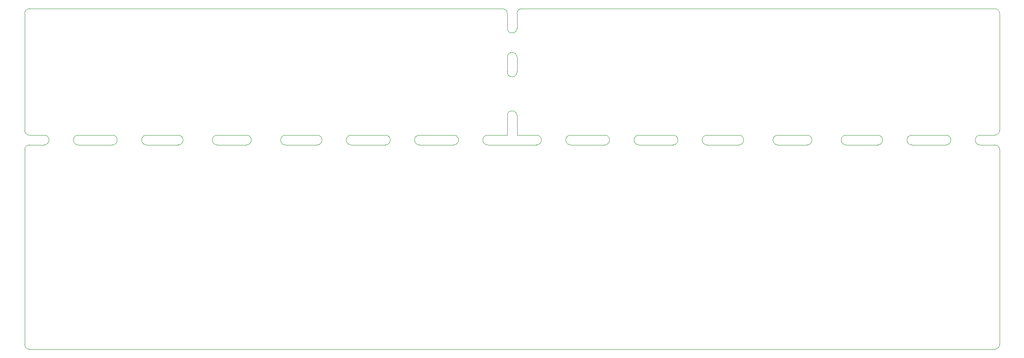
<source format=gbr>
G04 #@! TF.GenerationSoftware,KiCad,Pcbnew,5.0.2-bee76a0~70~ubuntu18.04.1*
G04 #@! TF.CreationDate,2020-05-25T20:10:50+02:00*
G04 #@! TF.ProjectId,AB-AudioMatrix-6x6,41422d41-7564-4696-9f4d-61747269782d,v3.4*
G04 #@! TF.SameCoordinates,Original*
G04 #@! TF.FileFunction,Profile,NP*
%FSLAX46Y46*%
G04 Gerber Fmt 4.6, Leading zero omitted, Abs format (unit mm)*
G04 Created by KiCad (PCBNEW 5.0.2-bee76a0~70~ubuntu18.04.1) date Mo 25 Mai 2020 20:10:50 CEST*
%MOMM*%
%LPD*%
G01*
G04 APERTURE LIST*
%ADD10C,0.100000*%
G04 APERTURE END LIST*
D10*
X242000000Y-78000000D02*
G75*
G02X243000000Y-79000000I0J-1000000D01*
G01*
X243000000Y-147000000D02*
G75*
G02X242000000Y-148000000I-1000000J0D01*
G01*
X242000000Y-106000000D02*
G75*
G02X243000000Y-107000000I0J-1000000D01*
G01*
X243000000Y-103000000D02*
G75*
G02X242000000Y-104000000I-1000000J0D01*
G01*
X141000000Y-78000000D02*
G75*
G02X142000000Y-79000000I0J-1000000D01*
G01*
X144000000Y-79000000D02*
G75*
G02X145000000Y-78000000I1000000J0D01*
G01*
X43000000Y-79000000D02*
G75*
G02X44000000Y-78000000I1000000J0D01*
G01*
X43000000Y-107000000D02*
G75*
G02X44000000Y-106000000I1000000J0D01*
G01*
X44000000Y-104000000D02*
G75*
G02X43000000Y-103000000I0J1000000D01*
G01*
X44000000Y-148000000D02*
G75*
G02X43000000Y-147000000I0J1000000D01*
G01*
X243000000Y-107000000D02*
X243000000Y-147000000D01*
X243000000Y-79000000D02*
X243000000Y-103000000D01*
X145000000Y-78000000D02*
X242000000Y-78000000D01*
X44000000Y-78000000D02*
X141000000Y-78000000D01*
X142000000Y-91000000D02*
X142000000Y-88000000D01*
X144000000Y-91000000D02*
X144000000Y-88000000D01*
X144000000Y-91000000D02*
G75*
G02X142000000Y-91000000I-1000000J0D01*
G01*
X144000000Y-82000000D02*
G75*
G02X142000000Y-82000000I-1000000J0D01*
G01*
X142000000Y-88000000D02*
G75*
G02X144000000Y-88000000I1000000J0D01*
G01*
X144000000Y-82000000D02*
X144000000Y-79000000D01*
X142000000Y-82000000D02*
X142000000Y-79000000D01*
X144000000Y-104000000D02*
X144000000Y-100000000D01*
X142000000Y-104000000D02*
X142000000Y-100000000D01*
X142000000Y-100000000D02*
G75*
G02X144000000Y-100000000I1000000J0D01*
G01*
X239000000Y-106000000D02*
G75*
G02X239000000Y-104000000I0J1000000D01*
G01*
X242000000Y-106000000D02*
X239000000Y-106000000D01*
X239000000Y-104000000D02*
X242000000Y-104000000D01*
X225000000Y-106000000D02*
X232000000Y-106000000D01*
X211500000Y-106000000D02*
X218000000Y-106000000D01*
X218000000Y-104000000D02*
G75*
G02X218000000Y-106000000I0J-1000000D01*
G01*
X211500000Y-104000000D02*
X218000000Y-104000000D01*
X225000000Y-106000000D02*
G75*
G02X225000000Y-104000000I0J1000000D01*
G01*
X232000000Y-104000000D02*
G75*
G02X232000000Y-106000000I0J-1000000D01*
G01*
X211500000Y-106000000D02*
G75*
G02X211500000Y-104000000I0J1000000D01*
G01*
X225000000Y-104000000D02*
X232000000Y-104000000D01*
X197500000Y-104000000D02*
X203500000Y-104000000D01*
X138000000Y-106000000D02*
G75*
G02X138000000Y-104000000I0J1000000D01*
G01*
X155000000Y-106000000D02*
X162000000Y-106000000D01*
X203500000Y-104000000D02*
G75*
G02X203500000Y-106000000I0J-1000000D01*
G01*
X183000000Y-104000000D02*
X189500000Y-104000000D01*
X197500000Y-106000000D02*
G75*
G02X197500000Y-104000000I0J1000000D01*
G01*
X148000000Y-104000000D02*
G75*
G02X148000000Y-106000000I0J-1000000D01*
G01*
X189500000Y-104000000D02*
G75*
G02X189500000Y-106000000I0J-1000000D01*
G01*
X169000000Y-106000000D02*
X176000000Y-106000000D01*
X169000000Y-104000000D02*
X176000000Y-104000000D01*
X155000000Y-106000000D02*
G75*
G02X155000000Y-104000000I0J1000000D01*
G01*
X183000000Y-106000000D02*
G75*
G02X183000000Y-104000000I0J1000000D01*
G01*
X144000000Y-104000000D02*
X148000000Y-104000000D01*
X138000000Y-106000000D02*
X148000000Y-106000000D01*
X176000000Y-104000000D02*
G75*
G02X176000000Y-106000000I0J-1000000D01*
G01*
X197500000Y-106000000D02*
X203500000Y-106000000D01*
X155000000Y-104000000D02*
X162000000Y-104000000D01*
X183000000Y-106000000D02*
X189500000Y-106000000D01*
X169000000Y-106000000D02*
G75*
G02X169000000Y-104000000I0J1000000D01*
G01*
X162000000Y-104000000D02*
G75*
G02X162000000Y-106000000I0J-1000000D01*
G01*
X138000000Y-104000000D02*
X142000000Y-104000000D01*
X96500000Y-106000000D02*
G75*
G02X96500000Y-104000000I0J1000000D01*
G01*
X124000000Y-106000000D02*
X131000000Y-106000000D01*
X117000000Y-104000000D02*
G75*
G02X117000000Y-106000000I0J-1000000D01*
G01*
X96500000Y-106000000D02*
X103000000Y-106000000D01*
X124000000Y-106000000D02*
G75*
G02X124000000Y-104000000I0J1000000D01*
G01*
X110000000Y-104000000D02*
X117000000Y-104000000D01*
X110000000Y-106000000D02*
G75*
G02X110000000Y-104000000I0J1000000D01*
G01*
X110000000Y-106000000D02*
X117000000Y-106000000D01*
X103000000Y-104000000D02*
G75*
G02X103000000Y-106000000I0J-1000000D01*
G01*
X124000000Y-104000000D02*
X131000000Y-104000000D01*
X131000000Y-104000000D02*
G75*
G02X131000000Y-106000000I0J-1000000D01*
G01*
X96500000Y-104000000D02*
X103000000Y-104000000D01*
X88500000Y-104000000D02*
G75*
G02X88500000Y-106000000I0J-1000000D01*
G01*
X82500000Y-104000000D02*
X88500000Y-104000000D01*
X82500000Y-106000000D02*
G75*
G02X82500000Y-104000000I0J1000000D01*
G01*
X82500000Y-106000000D02*
X88500000Y-106000000D01*
X68000000Y-106000000D02*
G75*
G02X68000000Y-104000000I0J1000000D01*
G01*
X68000000Y-106000000D02*
X74500000Y-106000000D01*
X74500000Y-104000000D02*
G75*
G02X74500000Y-106000000I0J-1000000D01*
G01*
X68000000Y-104000000D02*
X74500000Y-104000000D01*
X47000000Y-106000000D02*
X44000000Y-106000000D01*
X44000000Y-104000000D02*
X47000000Y-104000000D01*
X43000000Y-79000000D02*
X43000000Y-103000000D01*
X47000000Y-104000000D02*
G75*
G02X47000000Y-106000000I0J-1000000D01*
G01*
X54000000Y-106000000D02*
G75*
G02X54000000Y-104000000I0J1000000D01*
G01*
X61000000Y-104000000D02*
G75*
G02X61000000Y-106000000I0J-1000000D01*
G01*
X54000000Y-106000000D02*
X61000000Y-106000000D01*
X54000000Y-104000000D02*
X61000000Y-104000000D01*
X44000000Y-148000000D02*
X242000000Y-148000000D01*
X43000000Y-107000000D02*
X43000000Y-147000000D01*
M02*

</source>
